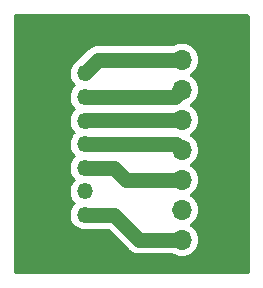
<source format=gbr>
%TF.GenerationSoftware,KiCad,Pcbnew,(6.0.6)*%
%TF.CreationDate,2022-11-17T16:30:16-05:00*%
%TF.ProjectId,JTAG_Breakout,4a544147-5f42-4726-9561-6b6f75742e6b,rev?*%
%TF.SameCoordinates,Original*%
%TF.FileFunction,Copper,L1,Top*%
%TF.FilePolarity,Positive*%
%FSLAX46Y46*%
G04 Gerber Fmt 4.6, Leading zero omitted, Abs format (unit mm)*
G04 Created by KiCad (PCBNEW (6.0.6)) date 2022-11-17 16:30:16*
%MOMM*%
%LPD*%
G01*
G04 APERTURE LIST*
%TA.AperFunction,ComponentPad*%
%ADD10R,1.350000X1.350000*%
%TD*%
%TA.AperFunction,ComponentPad*%
%ADD11O,1.350000X1.350000*%
%TD*%
%TA.AperFunction,ComponentPad*%
%ADD12R,1.700000X1.700000*%
%TD*%
%TA.AperFunction,ComponentPad*%
%ADD13O,1.700000X1.700000*%
%TD*%
%TA.AperFunction,Conductor*%
%ADD14C,0.250000*%
%TD*%
%TA.AperFunction,Conductor*%
%ADD15C,1.270000*%
%TD*%
G04 APERTURE END LIST*
D10*
%TO.P,J1,1,Pin_1*%
%TO.N,GND*%
X113500000Y-92530000D03*
D11*
%TO.P,J1,2,Pin_2*%
%TO.N,/VCCO_0*%
X115500000Y-92530000D03*
%TO.P,J1,3,Pin_3*%
%TO.N,GND*%
X113500000Y-94530000D03*
%TO.P,J1,4,Pin_4*%
%TO.N,/TMS*%
X115500000Y-94530000D03*
%TO.P,J1,5,Pin_5*%
%TO.N,GND*%
X113500000Y-96530000D03*
%TO.P,J1,6,Pin_6*%
%TO.N,/TCK*%
X115500000Y-96530000D03*
%TO.P,J1,7,Pin_7*%
%TO.N,GND*%
X113500000Y-98530000D03*
%TO.P,J1,8,Pin_8*%
%TO.N,/TDO*%
X115500000Y-98530000D03*
%TO.P,J1,9,Pin_9*%
%TO.N,GND*%
X113500000Y-100530000D03*
%TO.P,J1,10,Pin_10*%
%TO.N,/TDI*%
X115500000Y-100530000D03*
%TO.P,J1,11,Pin_11*%
%TO.N,GND*%
X113500000Y-102530000D03*
%TO.P,J1,12,Pin_12*%
%TO.N,unconnected-(J1-Pad12)*%
X115500000Y-102530000D03*
%TO.P,J1,13,Pin_13*%
%TO.N,GND*%
X113500000Y-104530000D03*
%TO.P,J1,14,Pin_14*%
%TO.N,/PS_SRST_B*%
X115500000Y-104530000D03*
%TD*%
D12*
%TO.P,J2,1,Pin_1*%
%TO.N,GND*%
X126275000Y-106625000D03*
D13*
%TO.P,J2,2,Pin_2*%
%TO.N,/PS_SRST_B*%
X123735000Y-106625000D03*
%TO.P,J2,3,Pin_3*%
%TO.N,GND*%
X126275000Y-104085000D03*
%TO.P,J2,4,Pin_4*%
%TO.N,unconnected-(J2-Pad4)*%
X123735000Y-104085000D03*
%TO.P,J2,5,Pin_5*%
%TO.N,GND*%
X126275000Y-101545000D03*
%TO.P,J2,6,Pin_6*%
%TO.N,/TDI*%
X123735000Y-101545000D03*
%TO.P,J2,7,Pin_7*%
%TO.N,GND*%
X126275000Y-99005000D03*
%TO.P,J2,8,Pin_8*%
%TO.N,/TDO*%
X123735000Y-99005000D03*
%TO.P,J2,9,Pin_9*%
%TO.N,GND*%
X126275000Y-96465000D03*
%TO.P,J2,10,Pin_10*%
%TO.N,/TCK*%
X123735000Y-96465000D03*
%TO.P,J2,11,Pin_11*%
%TO.N,GND*%
X126275000Y-93925000D03*
%TO.P,J2,12,Pin_12*%
%TO.N,/TMS*%
X123735000Y-93925000D03*
%TO.P,J2,13,Pin_13*%
%TO.N,GND*%
X126275000Y-91385000D03*
%TO.P,J2,14,Pin_14*%
%TO.N,/VCCO_0*%
X123735000Y-91385000D03*
%TD*%
D14*
%TO.N,GND*%
X113500000Y-98530000D02*
X113500000Y-100530000D01*
X126275000Y-91385000D02*
X126275000Y-93925000D01*
X113500000Y-96530000D02*
X113500000Y-98530000D01*
X126275000Y-96465000D02*
X126275000Y-99005000D01*
X113500000Y-92530000D02*
X113500000Y-94530000D01*
X113500000Y-100530000D02*
X113500000Y-102530000D01*
X113500000Y-102530000D02*
X113500000Y-104530000D01*
X126275000Y-106625000D02*
X126275000Y-104085000D01*
X126275000Y-101545000D02*
X126275000Y-104085000D01*
X126275000Y-99005000D02*
X126275000Y-101545000D01*
X126275000Y-93925000D02*
X126275000Y-96465000D01*
X113500000Y-94530000D02*
X113500000Y-96530000D01*
D15*
%TO.N,/VCCO_0*%
X123735000Y-91385000D02*
X116645000Y-91385000D01*
X116645000Y-91385000D02*
X115500000Y-92530000D01*
%TO.N,/TMS*%
X115500000Y-94530000D02*
X123130000Y-94530000D01*
X123130000Y-94530000D02*
X123735000Y-93925000D01*
%TO.N,/TCK*%
X123735000Y-96465000D02*
X115565000Y-96465000D01*
X115565000Y-96465000D02*
X115500000Y-96530000D01*
%TO.N,/TDO*%
X115500000Y-98530000D02*
X123260000Y-98530000D01*
X123260000Y-98530000D02*
X123735000Y-99005000D01*
%TO.N,/TDI*%
X115500000Y-100530000D02*
X118030000Y-100530000D01*
X119045000Y-101545000D02*
X123735000Y-101545000D01*
X118030000Y-100530000D02*
X119045000Y-101545000D01*
%TO.N,/PS_SRST_B*%
X120125000Y-106625000D02*
X118030000Y-104530000D01*
X123735000Y-106625000D02*
X120125000Y-106625000D01*
X118030000Y-104530000D02*
X115500000Y-104530000D01*
%TD*%
%TA.AperFunction,Conductor*%
%TO.N,GND*%
G36*
X129378843Y-87528207D02*
G01*
X129448084Y-87583426D01*
X129486511Y-87663218D01*
X129491500Y-87707500D01*
X129491500Y-109292500D01*
X129471793Y-109378843D01*
X129416574Y-109448084D01*
X129336782Y-109486511D01*
X129292500Y-109491500D01*
X109707500Y-109491500D01*
X109621157Y-109471793D01*
X109551916Y-109416574D01*
X109513489Y-109336782D01*
X109508500Y-109292500D01*
X109508500Y-104498887D01*
X114311837Y-104498887D01*
X114312434Y-104507991D01*
X114325450Y-104706578D01*
X114326063Y-104715933D01*
X114328307Y-104724770D01*
X114328308Y-104724774D01*
X114368527Y-104883133D01*
X114379605Y-104926753D01*
X114470668Y-105124285D01*
X114596204Y-105301914D01*
X114752009Y-105453692D01*
X114932863Y-105574536D01*
X115132712Y-105660397D01*
X115344860Y-105708402D01*
X115353970Y-105708760D01*
X115353971Y-105708760D01*
X115409300Y-105710934D01*
X115562205Y-105716941D01*
X115571226Y-105715633D01*
X115571227Y-105715633D01*
X115634982Y-105706389D01*
X115777466Y-105685730D01*
X115786102Y-105682798D01*
X115794976Y-105680668D01*
X115795279Y-105681932D01*
X115846350Y-105673500D01*
X117473919Y-105673500D01*
X117560262Y-105693207D01*
X117614633Y-105731786D01*
X119284461Y-107401614D01*
X119293363Y-107411118D01*
X119334494Y-107458019D01*
X119403289Y-107512254D01*
X119407189Y-107515411D01*
X119474539Y-107571425D01*
X119482497Y-107575881D01*
X119487369Y-107579230D01*
X119492370Y-107582478D01*
X119499537Y-107588128D01*
X119507613Y-107592377D01*
X119576994Y-107628880D01*
X119581519Y-107631337D01*
X119657903Y-107674114D01*
X119666548Y-107677048D01*
X119671951Y-107679454D01*
X119677445Y-107681730D01*
X119685527Y-107685982D01*
X119750410Y-107706129D01*
X119769108Y-107711935D01*
X119774061Y-107713545D01*
X119841904Y-107736574D01*
X119856911Y-107741668D01*
X119865937Y-107742977D01*
X119871706Y-107744362D01*
X119877516Y-107745597D01*
X119886234Y-107748304D01*
X119953936Y-107756317D01*
X119973162Y-107758592D01*
X119978287Y-107759266D01*
X120064897Y-107771825D01*
X120074011Y-107771467D01*
X120074012Y-107771467D01*
X120145629Y-107768653D01*
X120153442Y-107768500D01*
X122945224Y-107768500D01*
X123031567Y-107788207D01*
X123045624Y-107795684D01*
X123138948Y-107850218D01*
X123138956Y-107850222D01*
X123146000Y-107854338D01*
X123354692Y-107934030D01*
X123362691Y-107935657D01*
X123362693Y-107935658D01*
X123565598Y-107976940D01*
X123565603Y-107976941D01*
X123573597Y-107978567D01*
X123677241Y-107982368D01*
X123788676Y-107986454D01*
X123788679Y-107986454D01*
X123796837Y-107986753D01*
X123804930Y-107985716D01*
X123804935Y-107985716D01*
X124010316Y-107959406D01*
X124010320Y-107959405D01*
X124018416Y-107958368D01*
X124109245Y-107931118D01*
X124224568Y-107896519D01*
X124224569Y-107896519D01*
X124232384Y-107894174D01*
X124239713Y-107890584D01*
X124239717Y-107890582D01*
X124342962Y-107840002D01*
X124432994Y-107795896D01*
X124548447Y-107713545D01*
X124608208Y-107670918D01*
X124608210Y-107670917D01*
X124614860Y-107666173D01*
X124773096Y-107508489D01*
X124903453Y-107327077D01*
X125002430Y-107126811D01*
X125067370Y-106913069D01*
X125096529Y-106691590D01*
X125098156Y-106625000D01*
X125079852Y-106402361D01*
X125025431Y-106185702D01*
X125022175Y-106178213D01*
X125022173Y-106178208D01*
X124939612Y-105988333D01*
X124936354Y-105980840D01*
X124815014Y-105793277D01*
X124745228Y-105716583D01*
X124670168Y-105634093D01*
X124670167Y-105634092D01*
X124664670Y-105628051D01*
X124515124Y-105509946D01*
X124459578Y-105440967D01*
X124439462Y-105354718D01*
X124458760Y-105268283D01*
X124513650Y-105198781D01*
X124522900Y-105191767D01*
X124614860Y-105126173D01*
X124773096Y-104968489D01*
X124903453Y-104787077D01*
X125002430Y-104586811D01*
X125067370Y-104373069D01*
X125096529Y-104151590D01*
X125098156Y-104085000D01*
X125094750Y-104043567D01*
X125080521Y-103870497D01*
X125080521Y-103870496D01*
X125079852Y-103862361D01*
X125071616Y-103829570D01*
X125042044Y-103711842D01*
X125025431Y-103645702D01*
X125022175Y-103638213D01*
X125022173Y-103638208D01*
X124939612Y-103448333D01*
X124936354Y-103440840D01*
X124846479Y-103301914D01*
X124819449Y-103260132D01*
X124819447Y-103260130D01*
X124815014Y-103253277D01*
X124795455Y-103231782D01*
X124670168Y-103094093D01*
X124670167Y-103094092D01*
X124664670Y-103088051D01*
X124559252Y-103004796D01*
X124515124Y-102969946D01*
X124459578Y-102900967D01*
X124439462Y-102814718D01*
X124458760Y-102728283D01*
X124513650Y-102658781D01*
X124522900Y-102651767D01*
X124583292Y-102608690D01*
X124614860Y-102586173D01*
X124773096Y-102428489D01*
X124903453Y-102247077D01*
X125002430Y-102046811D01*
X125067370Y-101833069D01*
X125096529Y-101611590D01*
X125098156Y-101545000D01*
X125097723Y-101539732D01*
X125080521Y-101330497D01*
X125080521Y-101330496D01*
X125079852Y-101322361D01*
X125076317Y-101308285D01*
X125031969Y-101131732D01*
X125025431Y-101105702D01*
X125022175Y-101098213D01*
X125022173Y-101098208D01*
X124939612Y-100908333D01*
X124936354Y-100900840D01*
X124815014Y-100713277D01*
X124664670Y-100548051D01*
X124515124Y-100429946D01*
X124459578Y-100360967D01*
X124439462Y-100274718D01*
X124458760Y-100188283D01*
X124513650Y-100118781D01*
X124522900Y-100111767D01*
X124608213Y-100050914D01*
X124614860Y-100046173D01*
X124773096Y-99888489D01*
X124903453Y-99707077D01*
X124919430Y-99674751D01*
X124998814Y-99514127D01*
X125002430Y-99506811D01*
X125067370Y-99293069D01*
X125096529Y-99071590D01*
X125098156Y-99005000D01*
X125079852Y-98782361D01*
X125063167Y-98715933D01*
X125027421Y-98573626D01*
X125025431Y-98565702D01*
X125022175Y-98558213D01*
X125022173Y-98558208D01*
X124939612Y-98368333D01*
X124936354Y-98360840D01*
X124815014Y-98173277D01*
X124664670Y-98008051D01*
X124515124Y-97889946D01*
X124459578Y-97820967D01*
X124439462Y-97734718D01*
X124458760Y-97648283D01*
X124513650Y-97578781D01*
X124522900Y-97571767D01*
X124555001Y-97548870D01*
X124614860Y-97506173D01*
X124773096Y-97348489D01*
X124903453Y-97167077D01*
X124920922Y-97131732D01*
X124998814Y-96974127D01*
X125002430Y-96966811D01*
X125067370Y-96753069D01*
X125096529Y-96531590D01*
X125098156Y-96465000D01*
X125079852Y-96242361D01*
X125025431Y-96025702D01*
X125022175Y-96018213D01*
X125022173Y-96018208D01*
X124939612Y-95828333D01*
X124936354Y-95820840D01*
X124815014Y-95633277D01*
X124664670Y-95468051D01*
X124646489Y-95453692D01*
X124515124Y-95349946D01*
X124459578Y-95280967D01*
X124439462Y-95194718D01*
X124458760Y-95108283D01*
X124513650Y-95038781D01*
X124522900Y-95031767D01*
X124608213Y-94970914D01*
X124614860Y-94966173D01*
X124773096Y-94808489D01*
X124903453Y-94627077D01*
X125002430Y-94426811D01*
X125067370Y-94213069D01*
X125096529Y-93991590D01*
X125098156Y-93925000D01*
X125081220Y-93719005D01*
X125080521Y-93710497D01*
X125080521Y-93710496D01*
X125079852Y-93702361D01*
X125025431Y-93485702D01*
X125022175Y-93478213D01*
X125022173Y-93478208D01*
X124939612Y-93288333D01*
X124936354Y-93280840D01*
X124815014Y-93093277D01*
X124797369Y-93073885D01*
X124670168Y-92934093D01*
X124670167Y-92934092D01*
X124664670Y-92928051D01*
X124515124Y-92809946D01*
X124459578Y-92740967D01*
X124439462Y-92654718D01*
X124458760Y-92568283D01*
X124513650Y-92498781D01*
X124522900Y-92491767D01*
X124608213Y-92430914D01*
X124614860Y-92426173D01*
X124773096Y-92268489D01*
X124903453Y-92087077D01*
X125002430Y-91886811D01*
X125067370Y-91673069D01*
X125096529Y-91451590D01*
X125098156Y-91385000D01*
X125079852Y-91162361D01*
X125025431Y-90945702D01*
X125022175Y-90938213D01*
X125022173Y-90938208D01*
X124939612Y-90748333D01*
X124936354Y-90740840D01*
X124842999Y-90596535D01*
X124819449Y-90560132D01*
X124819447Y-90560130D01*
X124815014Y-90553277D01*
X124680847Y-90405829D01*
X124670168Y-90394093D01*
X124670167Y-90394092D01*
X124664670Y-90388051D01*
X124489359Y-90249598D01*
X124482212Y-90245653D01*
X124482208Y-90245650D01*
X124400928Y-90200782D01*
X124293789Y-90141638D01*
X124286092Y-90138912D01*
X124286089Y-90138911D01*
X124090906Y-90069793D01*
X124090900Y-90069791D01*
X124083212Y-90067069D01*
X124075180Y-90065638D01*
X124075175Y-90065637D01*
X123963601Y-90045763D01*
X123863284Y-90027894D01*
X123855117Y-90027794D01*
X123855115Y-90027794D01*
X123760389Y-90026637D01*
X123639911Y-90025165D01*
X123631842Y-90026400D01*
X123631838Y-90026400D01*
X123427161Y-90057720D01*
X123427160Y-90057720D01*
X123419091Y-90058955D01*
X123411336Y-90061490D01*
X123411335Y-90061490D01*
X123214511Y-90125822D01*
X123214508Y-90125823D01*
X123206756Y-90128357D01*
X123032604Y-90219015D01*
X122940716Y-90241500D01*
X116690200Y-90241500D01*
X116677184Y-90241074D01*
X116675855Y-90240987D01*
X116614939Y-90236994D01*
X116605882Y-90238066D01*
X116605880Y-90238066D01*
X116528007Y-90247283D01*
X116522826Y-90247827D01*
X116444814Y-90254995D01*
X116444809Y-90254996D01*
X116435721Y-90255831D01*
X116426935Y-90258309D01*
X116421088Y-90259393D01*
X116415300Y-90260623D01*
X116406235Y-90261696D01*
X116333827Y-90284180D01*
X116322685Y-90287639D01*
X116317690Y-90289119D01*
X116233451Y-90312877D01*
X116225263Y-90316915D01*
X116219729Y-90319039D01*
X116214242Y-90321312D01*
X116205527Y-90324018D01*
X116197453Y-90328266D01*
X116197448Y-90328268D01*
X116128085Y-90364761D01*
X116123445Y-90367125D01*
X116053148Y-90401792D01*
X116053143Y-90401795D01*
X116044963Y-90405829D01*
X116037657Y-90411284D01*
X116032617Y-90414373D01*
X116027614Y-90417622D01*
X116019538Y-90421871D01*
X116012370Y-90427522D01*
X116012365Y-90427525D01*
X115950844Y-90476024D01*
X115946712Y-90479195D01*
X115883883Y-90526112D01*
X115883877Y-90526117D01*
X115876571Y-90531573D01*
X115870381Y-90538269D01*
X115870378Y-90538272D01*
X115821728Y-90590902D01*
X115816312Y-90596535D01*
X114925233Y-91487614D01*
X114886268Y-91517921D01*
X114801376Y-91568427D01*
X114637842Y-91711842D01*
X114503181Y-91882658D01*
X114401905Y-92075154D01*
X114399202Y-92083857D01*
X114399201Y-92083861D01*
X114396143Y-92093709D01*
X114337403Y-92282882D01*
X114311837Y-92498887D01*
X114317598Y-92586786D01*
X114323919Y-92683218D01*
X114326063Y-92715933D01*
X114328307Y-92724770D01*
X114328308Y-92724774D01*
X114374242Y-92905635D01*
X114379605Y-92926753D01*
X114470668Y-93124285D01*
X114475931Y-93131732D01*
X114555937Y-93244937D01*
X114596204Y-93301914D01*
X114602744Y-93308285D01*
X114683174Y-93386636D01*
X114731270Y-93461001D01*
X114742337Y-93548870D01*
X114714184Y-93632839D01*
X114675523Y-93678797D01*
X114644699Y-93705828D01*
X114644696Y-93705832D01*
X114637842Y-93711842D01*
X114503181Y-93882658D01*
X114401905Y-94075154D01*
X114337403Y-94282882D01*
X114311837Y-94498887D01*
X114326063Y-94715933D01*
X114328307Y-94724770D01*
X114328308Y-94724774D01*
X114351034Y-94814254D01*
X114379605Y-94926753D01*
X114470668Y-95124285D01*
X114475931Y-95131732D01*
X114539470Y-95221638D01*
X114596204Y-95301914D01*
X114602744Y-95308285D01*
X114683174Y-95386636D01*
X114731270Y-95461001D01*
X114742337Y-95548870D01*
X114714184Y-95632839D01*
X114675523Y-95678797D01*
X114644699Y-95705828D01*
X114644696Y-95705832D01*
X114637842Y-95711842D01*
X114503181Y-95882658D01*
X114401905Y-96075154D01*
X114337403Y-96282882D01*
X114336331Y-96291939D01*
X114315223Y-96470282D01*
X114311837Y-96498887D01*
X114326063Y-96715933D01*
X114328307Y-96724770D01*
X114328308Y-96724774D01*
X114333436Y-96744963D01*
X114379605Y-96926753D01*
X114470668Y-97124285D01*
X114596204Y-97301914D01*
X114602744Y-97308285D01*
X114683174Y-97386636D01*
X114731270Y-97461001D01*
X114742337Y-97548870D01*
X114714184Y-97632839D01*
X114675523Y-97678797D01*
X114644699Y-97705828D01*
X114644696Y-97705832D01*
X114637842Y-97711842D01*
X114503181Y-97882658D01*
X114401905Y-98075154D01*
X114399202Y-98083857D01*
X114399201Y-98083861D01*
X114371437Y-98173277D01*
X114337403Y-98282882D01*
X114311837Y-98498887D01*
X114326063Y-98715933D01*
X114328307Y-98724770D01*
X114328308Y-98724774D01*
X114342934Y-98782361D01*
X114379605Y-98926753D01*
X114470668Y-99124285D01*
X114596204Y-99301914D01*
X114602744Y-99308285D01*
X114683174Y-99386636D01*
X114731270Y-99461001D01*
X114742337Y-99548870D01*
X114714184Y-99632839D01*
X114675523Y-99678797D01*
X114644699Y-99705828D01*
X114644696Y-99705832D01*
X114637842Y-99711842D01*
X114503181Y-99882658D01*
X114401905Y-100075154D01*
X114337403Y-100282882D01*
X114336331Y-100291939D01*
X114323364Y-100401500D01*
X114311837Y-100498887D01*
X114326063Y-100715933D01*
X114328307Y-100724770D01*
X114328308Y-100724774D01*
X114374927Y-100908333D01*
X114379605Y-100926753D01*
X114470668Y-101124285D01*
X114596204Y-101301914D01*
X114602744Y-101308285D01*
X114683174Y-101386636D01*
X114731270Y-101461001D01*
X114742337Y-101548870D01*
X114714184Y-101632839D01*
X114675523Y-101678797D01*
X114644699Y-101705828D01*
X114644696Y-101705832D01*
X114637842Y-101711842D01*
X114503181Y-101882658D01*
X114401905Y-102075154D01*
X114399202Y-102083857D01*
X114399201Y-102083861D01*
X114392931Y-102104055D01*
X114337403Y-102282882D01*
X114336331Y-102291939D01*
X114319346Y-102435447D01*
X114311837Y-102498887D01*
X114312434Y-102507991D01*
X114320608Y-102632700D01*
X114326063Y-102715933D01*
X114328307Y-102724770D01*
X114328308Y-102724774D01*
X114358390Y-102843218D01*
X114379605Y-102926753D01*
X114470668Y-103124285D01*
X114475931Y-103131732D01*
X114548126Y-103233885D01*
X114596204Y-103301914D01*
X114602744Y-103308285D01*
X114683174Y-103386636D01*
X114731270Y-103461001D01*
X114742337Y-103548870D01*
X114714184Y-103632839D01*
X114675523Y-103678797D01*
X114644699Y-103705828D01*
X114644696Y-103705832D01*
X114637842Y-103711842D01*
X114503181Y-103882658D01*
X114401905Y-104075154D01*
X114399202Y-104083857D01*
X114399201Y-104083861D01*
X114379811Y-104146306D01*
X114337403Y-104282882D01*
X114311837Y-104498887D01*
X109508500Y-104498887D01*
X109508500Y-87707500D01*
X109528207Y-87621157D01*
X109583426Y-87551916D01*
X109663218Y-87513489D01*
X109707500Y-87508500D01*
X129292500Y-87508500D01*
X129378843Y-87528207D01*
G37*
%TD.AperFunction*%
%TD*%
M02*

</source>
